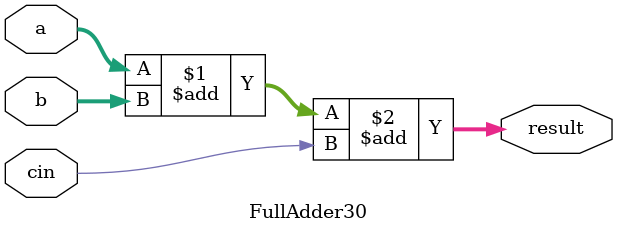
<source format=v>
module FullAdder30(
output[29:0] result,
input [29:0] a,b,
input cin
);
assign result = a+b+cin;

endmodule
</source>
